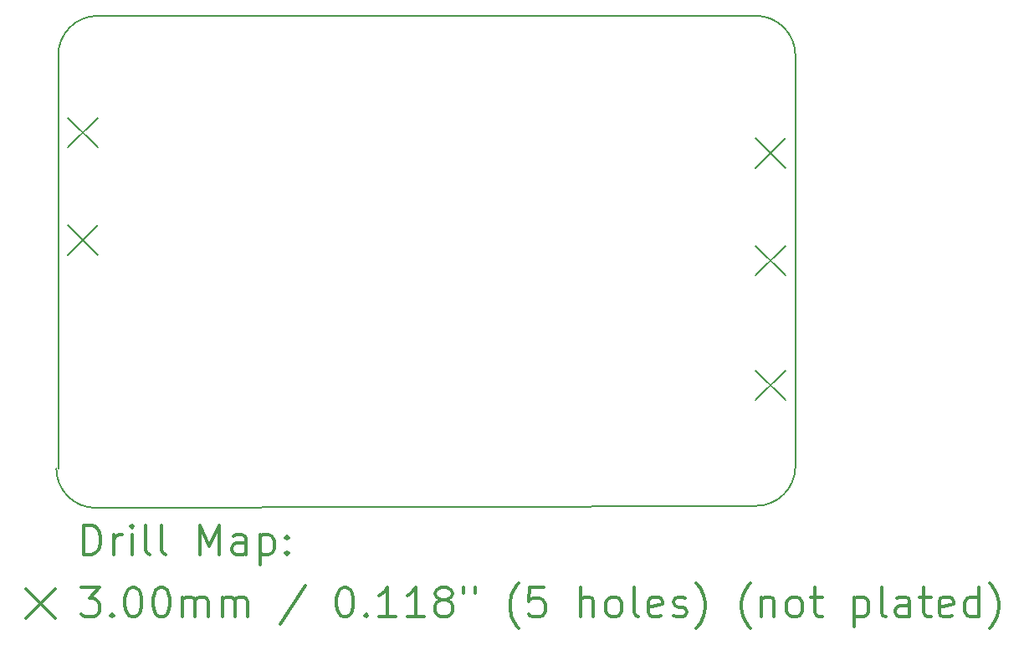
<source format=gbr>
%FSLAX45Y45*%
G04 Gerber Fmt 4.5, Leading zero omitted, Abs format (unit mm)*
G04 Created by KiCad (PCBNEW no-vcs-found) date Fri Oct  6 14:05:32 2017*
%MOMM*%
%LPD*%
G01*
G04 APERTURE LIST*
%ADD10C,0.150000*%
%ADD11C,0.200000*%
%ADD12C,0.300000*%
G04 APERTURE END LIST*
D10*
X17080000Y-10020000D02*
G75*
G02X17480000Y-10420000I0J-400000D01*
G01*
X17480000Y-14580000D02*
G75*
G02X17080000Y-14980000I-400000J0D01*
G01*
X10400000Y-15000000D02*
G75*
G02X10000000Y-14600000I0J400000D01*
G01*
X10420000Y-10020000D02*
G75*
G03X10020000Y-10420000I0J-400000D01*
G01*
X17480000Y-14580000D02*
X17480000Y-10420000D01*
X10400000Y-15000000D02*
X17080000Y-14980000D01*
X10020000Y-10420000D02*
X10020000Y-14600000D01*
X10420000Y-10020000D02*
X17080000Y-10020000D01*
D11*
X10120000Y-11050000D02*
X10420000Y-11350000D01*
X10420000Y-11050000D02*
X10120000Y-11350000D01*
X10120000Y-12140000D02*
X10420000Y-12440000D01*
X10420000Y-12140000D02*
X10120000Y-12440000D01*
X17080000Y-11260000D02*
X17380000Y-11560000D01*
X17380000Y-11260000D02*
X17080000Y-11560000D01*
X17080000Y-12350000D02*
X17380000Y-12650000D01*
X17380000Y-12350000D02*
X17080000Y-12650000D01*
X17080000Y-13610000D02*
X17380000Y-13910000D01*
X17380000Y-13610000D02*
X17080000Y-13910000D01*
D12*
X10278928Y-15473214D02*
X10278928Y-15173214D01*
X10350357Y-15173214D01*
X10393214Y-15187500D01*
X10421786Y-15216071D01*
X10436071Y-15244643D01*
X10450357Y-15301786D01*
X10450357Y-15344643D01*
X10436071Y-15401786D01*
X10421786Y-15430357D01*
X10393214Y-15458929D01*
X10350357Y-15473214D01*
X10278928Y-15473214D01*
X10578928Y-15473214D02*
X10578928Y-15273214D01*
X10578928Y-15330357D02*
X10593214Y-15301786D01*
X10607500Y-15287500D01*
X10636071Y-15273214D01*
X10664643Y-15273214D01*
X10764643Y-15473214D02*
X10764643Y-15273214D01*
X10764643Y-15173214D02*
X10750357Y-15187500D01*
X10764643Y-15201786D01*
X10778928Y-15187500D01*
X10764643Y-15173214D01*
X10764643Y-15201786D01*
X10950357Y-15473214D02*
X10921786Y-15458929D01*
X10907500Y-15430357D01*
X10907500Y-15173214D01*
X11107500Y-15473214D02*
X11078928Y-15458929D01*
X11064643Y-15430357D01*
X11064643Y-15173214D01*
X11450357Y-15473214D02*
X11450357Y-15173214D01*
X11550357Y-15387500D01*
X11650357Y-15173214D01*
X11650357Y-15473214D01*
X11921786Y-15473214D02*
X11921786Y-15316071D01*
X11907500Y-15287500D01*
X11878928Y-15273214D01*
X11821786Y-15273214D01*
X11793214Y-15287500D01*
X11921786Y-15458929D02*
X11893214Y-15473214D01*
X11821786Y-15473214D01*
X11793214Y-15458929D01*
X11778928Y-15430357D01*
X11778928Y-15401786D01*
X11793214Y-15373214D01*
X11821786Y-15358929D01*
X11893214Y-15358929D01*
X11921786Y-15344643D01*
X12064643Y-15273214D02*
X12064643Y-15573214D01*
X12064643Y-15287500D02*
X12093214Y-15273214D01*
X12150357Y-15273214D01*
X12178928Y-15287500D01*
X12193214Y-15301786D01*
X12207500Y-15330357D01*
X12207500Y-15416071D01*
X12193214Y-15444643D01*
X12178928Y-15458929D01*
X12150357Y-15473214D01*
X12093214Y-15473214D01*
X12064643Y-15458929D01*
X12336071Y-15444643D02*
X12350357Y-15458929D01*
X12336071Y-15473214D01*
X12321786Y-15458929D01*
X12336071Y-15444643D01*
X12336071Y-15473214D01*
X12336071Y-15287500D02*
X12350357Y-15301786D01*
X12336071Y-15316071D01*
X12321786Y-15301786D01*
X12336071Y-15287500D01*
X12336071Y-15316071D01*
X9692500Y-15817500D02*
X9992500Y-16117500D01*
X9992500Y-15817500D02*
X9692500Y-16117500D01*
X10250357Y-15803214D02*
X10436071Y-15803214D01*
X10336071Y-15917500D01*
X10378928Y-15917500D01*
X10407500Y-15931786D01*
X10421786Y-15946071D01*
X10436071Y-15974643D01*
X10436071Y-16046071D01*
X10421786Y-16074643D01*
X10407500Y-16088929D01*
X10378928Y-16103214D01*
X10293214Y-16103214D01*
X10264643Y-16088929D01*
X10250357Y-16074643D01*
X10564643Y-16074643D02*
X10578928Y-16088929D01*
X10564643Y-16103214D01*
X10550357Y-16088929D01*
X10564643Y-16074643D01*
X10564643Y-16103214D01*
X10764643Y-15803214D02*
X10793214Y-15803214D01*
X10821786Y-15817500D01*
X10836071Y-15831786D01*
X10850357Y-15860357D01*
X10864643Y-15917500D01*
X10864643Y-15988929D01*
X10850357Y-16046071D01*
X10836071Y-16074643D01*
X10821786Y-16088929D01*
X10793214Y-16103214D01*
X10764643Y-16103214D01*
X10736071Y-16088929D01*
X10721786Y-16074643D01*
X10707500Y-16046071D01*
X10693214Y-15988929D01*
X10693214Y-15917500D01*
X10707500Y-15860357D01*
X10721786Y-15831786D01*
X10736071Y-15817500D01*
X10764643Y-15803214D01*
X11050357Y-15803214D02*
X11078928Y-15803214D01*
X11107500Y-15817500D01*
X11121786Y-15831786D01*
X11136071Y-15860357D01*
X11150357Y-15917500D01*
X11150357Y-15988929D01*
X11136071Y-16046071D01*
X11121786Y-16074643D01*
X11107500Y-16088929D01*
X11078928Y-16103214D01*
X11050357Y-16103214D01*
X11021786Y-16088929D01*
X11007500Y-16074643D01*
X10993214Y-16046071D01*
X10978928Y-15988929D01*
X10978928Y-15917500D01*
X10993214Y-15860357D01*
X11007500Y-15831786D01*
X11021786Y-15817500D01*
X11050357Y-15803214D01*
X11278928Y-16103214D02*
X11278928Y-15903214D01*
X11278928Y-15931786D02*
X11293214Y-15917500D01*
X11321786Y-15903214D01*
X11364643Y-15903214D01*
X11393214Y-15917500D01*
X11407500Y-15946071D01*
X11407500Y-16103214D01*
X11407500Y-15946071D02*
X11421786Y-15917500D01*
X11450357Y-15903214D01*
X11493214Y-15903214D01*
X11521786Y-15917500D01*
X11536071Y-15946071D01*
X11536071Y-16103214D01*
X11678928Y-16103214D02*
X11678928Y-15903214D01*
X11678928Y-15931786D02*
X11693214Y-15917500D01*
X11721786Y-15903214D01*
X11764643Y-15903214D01*
X11793214Y-15917500D01*
X11807500Y-15946071D01*
X11807500Y-16103214D01*
X11807500Y-15946071D02*
X11821786Y-15917500D01*
X11850357Y-15903214D01*
X11893214Y-15903214D01*
X11921786Y-15917500D01*
X11936071Y-15946071D01*
X11936071Y-16103214D01*
X12521786Y-15788929D02*
X12264643Y-16174643D01*
X12907500Y-15803214D02*
X12936071Y-15803214D01*
X12964643Y-15817500D01*
X12978928Y-15831786D01*
X12993214Y-15860357D01*
X13007500Y-15917500D01*
X13007500Y-15988929D01*
X12993214Y-16046071D01*
X12978928Y-16074643D01*
X12964643Y-16088929D01*
X12936071Y-16103214D01*
X12907500Y-16103214D01*
X12878928Y-16088929D01*
X12864643Y-16074643D01*
X12850357Y-16046071D01*
X12836071Y-15988929D01*
X12836071Y-15917500D01*
X12850357Y-15860357D01*
X12864643Y-15831786D01*
X12878928Y-15817500D01*
X12907500Y-15803214D01*
X13136071Y-16074643D02*
X13150357Y-16088929D01*
X13136071Y-16103214D01*
X13121786Y-16088929D01*
X13136071Y-16074643D01*
X13136071Y-16103214D01*
X13436071Y-16103214D02*
X13264643Y-16103214D01*
X13350357Y-16103214D02*
X13350357Y-15803214D01*
X13321786Y-15846071D01*
X13293214Y-15874643D01*
X13264643Y-15888929D01*
X13721786Y-16103214D02*
X13550357Y-16103214D01*
X13636071Y-16103214D02*
X13636071Y-15803214D01*
X13607500Y-15846071D01*
X13578928Y-15874643D01*
X13550357Y-15888929D01*
X13893214Y-15931786D02*
X13864643Y-15917500D01*
X13850357Y-15903214D01*
X13836071Y-15874643D01*
X13836071Y-15860357D01*
X13850357Y-15831786D01*
X13864643Y-15817500D01*
X13893214Y-15803214D01*
X13950357Y-15803214D01*
X13978928Y-15817500D01*
X13993214Y-15831786D01*
X14007500Y-15860357D01*
X14007500Y-15874643D01*
X13993214Y-15903214D01*
X13978928Y-15917500D01*
X13950357Y-15931786D01*
X13893214Y-15931786D01*
X13864643Y-15946071D01*
X13850357Y-15960357D01*
X13836071Y-15988929D01*
X13836071Y-16046071D01*
X13850357Y-16074643D01*
X13864643Y-16088929D01*
X13893214Y-16103214D01*
X13950357Y-16103214D01*
X13978928Y-16088929D01*
X13993214Y-16074643D01*
X14007500Y-16046071D01*
X14007500Y-15988929D01*
X13993214Y-15960357D01*
X13978928Y-15946071D01*
X13950357Y-15931786D01*
X14121786Y-15803214D02*
X14121786Y-15860357D01*
X14236071Y-15803214D02*
X14236071Y-15860357D01*
X14678928Y-16217500D02*
X14664643Y-16203214D01*
X14636071Y-16160357D01*
X14621786Y-16131786D01*
X14607500Y-16088929D01*
X14593214Y-16017500D01*
X14593214Y-15960357D01*
X14607500Y-15888929D01*
X14621786Y-15846071D01*
X14636071Y-15817500D01*
X14664643Y-15774643D01*
X14678928Y-15760357D01*
X14936071Y-15803214D02*
X14793214Y-15803214D01*
X14778928Y-15946071D01*
X14793214Y-15931786D01*
X14821786Y-15917500D01*
X14893214Y-15917500D01*
X14921786Y-15931786D01*
X14936071Y-15946071D01*
X14950357Y-15974643D01*
X14950357Y-16046071D01*
X14936071Y-16074643D01*
X14921786Y-16088929D01*
X14893214Y-16103214D01*
X14821786Y-16103214D01*
X14793214Y-16088929D01*
X14778928Y-16074643D01*
X15307500Y-16103214D02*
X15307500Y-15803214D01*
X15436071Y-16103214D02*
X15436071Y-15946071D01*
X15421786Y-15917500D01*
X15393214Y-15903214D01*
X15350357Y-15903214D01*
X15321786Y-15917500D01*
X15307500Y-15931786D01*
X15621786Y-16103214D02*
X15593214Y-16088929D01*
X15578928Y-16074643D01*
X15564643Y-16046071D01*
X15564643Y-15960357D01*
X15578928Y-15931786D01*
X15593214Y-15917500D01*
X15621786Y-15903214D01*
X15664643Y-15903214D01*
X15693214Y-15917500D01*
X15707500Y-15931786D01*
X15721786Y-15960357D01*
X15721786Y-16046071D01*
X15707500Y-16074643D01*
X15693214Y-16088929D01*
X15664643Y-16103214D01*
X15621786Y-16103214D01*
X15893214Y-16103214D02*
X15864643Y-16088929D01*
X15850357Y-16060357D01*
X15850357Y-15803214D01*
X16121786Y-16088929D02*
X16093214Y-16103214D01*
X16036071Y-16103214D01*
X16007500Y-16088929D01*
X15993214Y-16060357D01*
X15993214Y-15946071D01*
X16007500Y-15917500D01*
X16036071Y-15903214D01*
X16093214Y-15903214D01*
X16121786Y-15917500D01*
X16136071Y-15946071D01*
X16136071Y-15974643D01*
X15993214Y-16003214D01*
X16250357Y-16088929D02*
X16278928Y-16103214D01*
X16336071Y-16103214D01*
X16364643Y-16088929D01*
X16378928Y-16060357D01*
X16378928Y-16046071D01*
X16364643Y-16017500D01*
X16336071Y-16003214D01*
X16293214Y-16003214D01*
X16264643Y-15988929D01*
X16250357Y-15960357D01*
X16250357Y-15946071D01*
X16264643Y-15917500D01*
X16293214Y-15903214D01*
X16336071Y-15903214D01*
X16364643Y-15917500D01*
X16478928Y-16217500D02*
X16493214Y-16203214D01*
X16521786Y-16160357D01*
X16536071Y-16131786D01*
X16550357Y-16088929D01*
X16564643Y-16017500D01*
X16564643Y-15960357D01*
X16550357Y-15888929D01*
X16536071Y-15846071D01*
X16521786Y-15817500D01*
X16493214Y-15774643D01*
X16478928Y-15760357D01*
X17021786Y-16217500D02*
X17007500Y-16203214D01*
X16978928Y-16160357D01*
X16964643Y-16131786D01*
X16950357Y-16088929D01*
X16936071Y-16017500D01*
X16936071Y-15960357D01*
X16950357Y-15888929D01*
X16964643Y-15846071D01*
X16978928Y-15817500D01*
X17007500Y-15774643D01*
X17021786Y-15760357D01*
X17136071Y-15903214D02*
X17136071Y-16103214D01*
X17136071Y-15931786D02*
X17150357Y-15917500D01*
X17178928Y-15903214D01*
X17221786Y-15903214D01*
X17250357Y-15917500D01*
X17264643Y-15946071D01*
X17264643Y-16103214D01*
X17450357Y-16103214D02*
X17421786Y-16088929D01*
X17407500Y-16074643D01*
X17393214Y-16046071D01*
X17393214Y-15960357D01*
X17407500Y-15931786D01*
X17421786Y-15917500D01*
X17450357Y-15903214D01*
X17493214Y-15903214D01*
X17521786Y-15917500D01*
X17536071Y-15931786D01*
X17550357Y-15960357D01*
X17550357Y-16046071D01*
X17536071Y-16074643D01*
X17521786Y-16088929D01*
X17493214Y-16103214D01*
X17450357Y-16103214D01*
X17636071Y-15903214D02*
X17750357Y-15903214D01*
X17678928Y-15803214D02*
X17678928Y-16060357D01*
X17693214Y-16088929D01*
X17721786Y-16103214D01*
X17750357Y-16103214D01*
X18078928Y-15903214D02*
X18078928Y-16203214D01*
X18078928Y-15917500D02*
X18107500Y-15903214D01*
X18164643Y-15903214D01*
X18193214Y-15917500D01*
X18207500Y-15931786D01*
X18221786Y-15960357D01*
X18221786Y-16046071D01*
X18207500Y-16074643D01*
X18193214Y-16088929D01*
X18164643Y-16103214D01*
X18107500Y-16103214D01*
X18078928Y-16088929D01*
X18393214Y-16103214D02*
X18364643Y-16088929D01*
X18350357Y-16060357D01*
X18350357Y-15803214D01*
X18636071Y-16103214D02*
X18636071Y-15946071D01*
X18621786Y-15917500D01*
X18593214Y-15903214D01*
X18536071Y-15903214D01*
X18507500Y-15917500D01*
X18636071Y-16088929D02*
X18607500Y-16103214D01*
X18536071Y-16103214D01*
X18507500Y-16088929D01*
X18493214Y-16060357D01*
X18493214Y-16031786D01*
X18507500Y-16003214D01*
X18536071Y-15988929D01*
X18607500Y-15988929D01*
X18636071Y-15974643D01*
X18736071Y-15903214D02*
X18850357Y-15903214D01*
X18778928Y-15803214D02*
X18778928Y-16060357D01*
X18793214Y-16088929D01*
X18821786Y-16103214D01*
X18850357Y-16103214D01*
X19064643Y-16088929D02*
X19036071Y-16103214D01*
X18978928Y-16103214D01*
X18950357Y-16088929D01*
X18936071Y-16060357D01*
X18936071Y-15946071D01*
X18950357Y-15917500D01*
X18978928Y-15903214D01*
X19036071Y-15903214D01*
X19064643Y-15917500D01*
X19078928Y-15946071D01*
X19078928Y-15974643D01*
X18936071Y-16003214D01*
X19336071Y-16103214D02*
X19336071Y-15803214D01*
X19336071Y-16088929D02*
X19307500Y-16103214D01*
X19250357Y-16103214D01*
X19221786Y-16088929D01*
X19207500Y-16074643D01*
X19193214Y-16046071D01*
X19193214Y-15960357D01*
X19207500Y-15931786D01*
X19221786Y-15917500D01*
X19250357Y-15903214D01*
X19307500Y-15903214D01*
X19336071Y-15917500D01*
X19450357Y-16217500D02*
X19464643Y-16203214D01*
X19493214Y-16160357D01*
X19507500Y-16131786D01*
X19521786Y-16088929D01*
X19536071Y-16017500D01*
X19536071Y-15960357D01*
X19521786Y-15888929D01*
X19507500Y-15846071D01*
X19493214Y-15817500D01*
X19464643Y-15774643D01*
X19450357Y-15760357D01*
M02*

</source>
